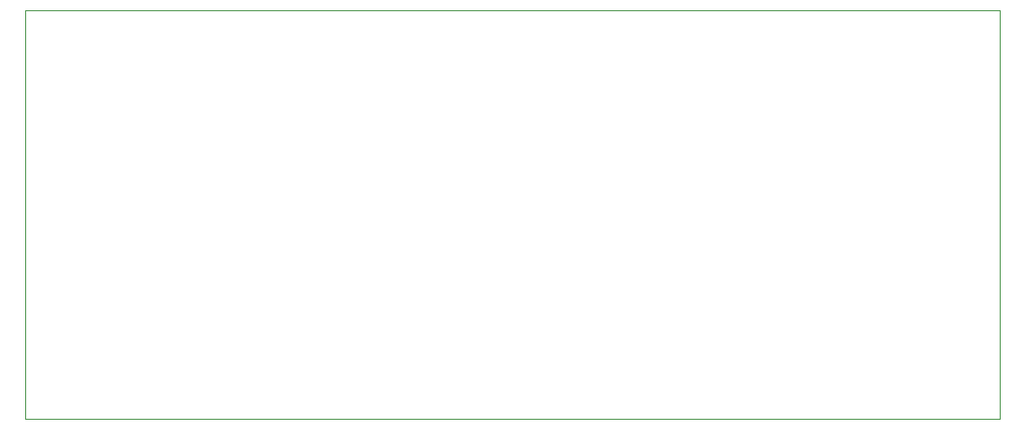
<source format=gbr>
%TF.GenerationSoftware,KiCad,Pcbnew,(6.0.7)*%
%TF.CreationDate,2023-03-20T21:12:15-05:00*%
%TF.ProjectId,2023,32303233-2e6b-4696-9361-645f70636258,rev?*%
%TF.SameCoordinates,Original*%
%TF.FileFunction,Profile,NP*%
%FSLAX46Y46*%
G04 Gerber Fmt 4.6, Leading zero omitted, Abs format (unit mm)*
G04 Created by KiCad (PCBNEW (6.0.7)) date 2023-03-20 21:12:15*
%MOMM*%
%LPD*%
G01*
G04 APERTURE LIST*
%TA.AperFunction,Profile*%
%ADD10C,0.100000*%
%TD*%
G04 APERTURE END LIST*
D10*
X101600000Y-102362000D02*
X189992000Y-102362000D01*
X189992000Y-65278000D02*
X189992000Y-102362000D01*
X101600000Y-65278000D02*
X189992000Y-65278000D01*
X101600000Y-102362000D02*
X101600000Y-65278000D01*
M02*

</source>
